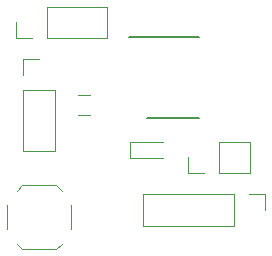
<source format=gbr>
G04 #@! TF.FileFunction,Legend,Top*
%FSLAX46Y46*%
G04 Gerber Fmt 4.6, Leading zero omitted, Abs format (unit mm)*
G04 Created by KiCad (PCBNEW 4.0.6) date 07/07/17 14:26:12*
%MOMM*%
%LPD*%
G01*
G04 APERTURE LIST*
%ADD10C,0.100000*%
%ADD11C,0.120000*%
%ADD12C,0.150000*%
G04 APERTURE END LIST*
D10*
D11*
X140470000Y-108165000D02*
X141470000Y-108165000D01*
X141470000Y-106465000D02*
X140470000Y-106465000D01*
X144885000Y-110425000D02*
X144885000Y-111825000D01*
X144885000Y-111825000D02*
X147685000Y-111825000D01*
X144885000Y-110425000D02*
X147685000Y-110425000D01*
X153670000Y-114875000D02*
X145990000Y-114875000D01*
X145990000Y-114875000D02*
X145990000Y-117535000D01*
X145990000Y-117535000D02*
X153670000Y-117535000D01*
X153670000Y-117535000D02*
X153670000Y-114875000D01*
X154940000Y-114875000D02*
X156270000Y-114875000D01*
X156270000Y-114875000D02*
X156270000Y-116205000D01*
X135710000Y-114140000D02*
X138610000Y-114140000D01*
X135260000Y-114590000D02*
X135710000Y-114140000D01*
X134460000Y-117840000D02*
X134460000Y-115840000D01*
X135710000Y-119540000D02*
X135260000Y-119090000D01*
X138610000Y-119540000D02*
X135710000Y-119540000D01*
X139060000Y-119090000D02*
X138610000Y-119540000D01*
X139860000Y-115840000D02*
X139860000Y-117840000D01*
X138610000Y-114140000D02*
X139060000Y-114590000D01*
D12*
X146276100Y-108453600D02*
X150726100Y-108453600D01*
X144751100Y-101553600D02*
X150726100Y-101553600D01*
D11*
X152400000Y-113090000D02*
X155000000Y-113090000D01*
X155000000Y-113090000D02*
X155000000Y-110430000D01*
X155000000Y-110430000D02*
X152400000Y-110430000D01*
X152400000Y-110430000D02*
X152400000Y-113090000D01*
X151130000Y-113090000D02*
X149800000Y-113090000D01*
X149800000Y-113090000D02*
X149800000Y-111760000D01*
X135830000Y-106045000D02*
X135830000Y-111185000D01*
X135830000Y-111185000D02*
X138490000Y-111185000D01*
X138490000Y-111185000D02*
X138490000Y-106045000D01*
X138490000Y-106045000D02*
X135830000Y-106045000D01*
X135830000Y-104775000D02*
X135830000Y-103445000D01*
X135830000Y-103445000D02*
X137160000Y-103445000D01*
X137795000Y-101660000D02*
X142935000Y-101660000D01*
X142935000Y-101660000D02*
X142935000Y-99000000D01*
X142935000Y-99000000D02*
X137795000Y-99000000D01*
X137795000Y-99000000D02*
X137795000Y-101660000D01*
X136525000Y-101660000D02*
X135195000Y-101660000D01*
X135195000Y-101660000D02*
X135195000Y-100330000D01*
M02*

</source>
